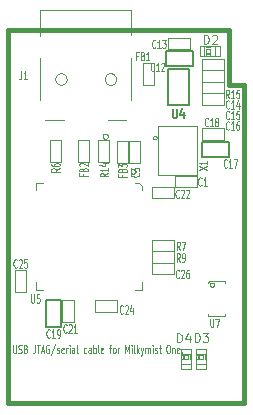
<source format=gto>
G04 (created by PCBNEW-RS274X (2010-08-11 BZR 2448)-unstable) date Thu 16 Jun 2011 10:10:32 CST*
G01*
G70*
G90*
%MOIN*%
G04 Gerber Fmt 3.4, Leading zero omitted, Abs format*
%FSLAX34Y34*%
G04 APERTURE LIST*
%ADD10C,0.001000*%
%ADD11C,0.015000*%
%ADD12C,0.004500*%
%ADD13C,0.002600*%
%ADD14C,0.004000*%
%ADD15C,0.003000*%
%ADD16C,0.005000*%
%ADD17C,0.003500*%
G04 APERTURE END LIST*
G54D10*
G54D11*
X47244Y-51811D02*
X39370Y-51811D01*
X47244Y-41220D02*
X47244Y-41220D01*
X46732Y-41221D02*
X47244Y-41221D01*
X46732Y-39370D02*
X46732Y-41220D01*
G54D12*
X39528Y-49872D02*
X39528Y-50099D01*
X39536Y-50126D01*
X39545Y-50139D01*
X39562Y-50152D01*
X39596Y-50152D01*
X39614Y-50139D01*
X39622Y-50126D01*
X39631Y-50099D01*
X39631Y-49872D01*
X39708Y-50139D02*
X39734Y-50152D01*
X39777Y-50152D01*
X39794Y-50139D01*
X39803Y-50126D01*
X39811Y-50099D01*
X39811Y-50072D01*
X39803Y-50046D01*
X39794Y-50032D01*
X39777Y-50019D01*
X39743Y-50006D01*
X39725Y-49992D01*
X39717Y-49979D01*
X39708Y-49952D01*
X39708Y-49926D01*
X39717Y-49899D01*
X39725Y-49886D01*
X39743Y-49872D01*
X39785Y-49872D01*
X39811Y-49886D01*
X39948Y-50006D02*
X39974Y-50019D01*
X39982Y-50032D01*
X39991Y-50059D01*
X39991Y-50099D01*
X39982Y-50126D01*
X39974Y-50139D01*
X39956Y-50152D01*
X39888Y-50152D01*
X39888Y-49872D01*
X39948Y-49872D01*
X39965Y-49886D01*
X39974Y-49899D01*
X39982Y-49926D01*
X39982Y-49952D01*
X39974Y-49979D01*
X39965Y-49992D01*
X39948Y-50006D01*
X39888Y-50006D01*
X40256Y-49872D02*
X40256Y-50072D01*
X40248Y-50112D01*
X40231Y-50139D01*
X40205Y-50152D01*
X40188Y-50152D01*
X40316Y-49872D02*
X40419Y-49872D01*
X40368Y-50152D02*
X40368Y-49872D01*
X40470Y-50072D02*
X40556Y-50072D01*
X40453Y-50152D02*
X40513Y-49872D01*
X40573Y-50152D01*
X40727Y-49886D02*
X40710Y-49872D01*
X40684Y-49872D01*
X40659Y-49886D01*
X40641Y-49912D01*
X40633Y-49939D01*
X40624Y-49992D01*
X40624Y-50032D01*
X40633Y-50086D01*
X40641Y-50112D01*
X40659Y-50139D01*
X40684Y-50152D01*
X40701Y-50152D01*
X40727Y-50139D01*
X40736Y-50126D01*
X40736Y-50032D01*
X40701Y-50032D01*
X40941Y-49859D02*
X40787Y-50219D01*
X40993Y-50139D02*
X41010Y-50152D01*
X41045Y-50152D01*
X41062Y-50139D01*
X41070Y-50112D01*
X41070Y-50099D01*
X41062Y-50072D01*
X41045Y-50059D01*
X41019Y-50059D01*
X41002Y-50046D01*
X40993Y-50019D01*
X40993Y-50006D01*
X41002Y-49979D01*
X41019Y-49966D01*
X41045Y-49966D01*
X41062Y-49979D01*
X41216Y-50139D02*
X41199Y-50152D01*
X41165Y-50152D01*
X41148Y-50139D01*
X41139Y-50112D01*
X41139Y-50006D01*
X41148Y-49979D01*
X41165Y-49966D01*
X41199Y-49966D01*
X41216Y-49979D01*
X41225Y-50006D01*
X41225Y-50032D01*
X41139Y-50059D01*
X41302Y-50152D02*
X41302Y-49966D01*
X41302Y-50019D02*
X41310Y-49992D01*
X41319Y-49979D01*
X41336Y-49966D01*
X41353Y-49966D01*
X41413Y-50152D02*
X41413Y-49966D01*
X41413Y-49872D02*
X41404Y-49886D01*
X41413Y-49899D01*
X41421Y-49886D01*
X41413Y-49872D01*
X41413Y-49899D01*
X41576Y-50152D02*
X41576Y-50006D01*
X41567Y-49979D01*
X41550Y-49966D01*
X41516Y-49966D01*
X41499Y-49979D01*
X41576Y-50139D02*
X41559Y-50152D01*
X41516Y-50152D01*
X41499Y-50139D01*
X41490Y-50112D01*
X41490Y-50086D01*
X41499Y-50059D01*
X41516Y-50046D01*
X41559Y-50046D01*
X41576Y-50032D01*
X41688Y-50152D02*
X41670Y-50139D01*
X41662Y-50112D01*
X41662Y-49872D01*
X41970Y-50139D02*
X41953Y-50152D01*
X41919Y-50152D01*
X41901Y-50139D01*
X41893Y-50126D01*
X41884Y-50099D01*
X41884Y-50019D01*
X41893Y-49992D01*
X41901Y-49979D01*
X41919Y-49966D01*
X41953Y-49966D01*
X41970Y-49979D01*
X42124Y-50152D02*
X42124Y-50006D01*
X42115Y-49979D01*
X42098Y-49966D01*
X42064Y-49966D01*
X42047Y-49979D01*
X42124Y-50139D02*
X42107Y-50152D01*
X42064Y-50152D01*
X42047Y-50139D01*
X42038Y-50112D01*
X42038Y-50086D01*
X42047Y-50059D01*
X42064Y-50046D01*
X42107Y-50046D01*
X42124Y-50032D01*
X42210Y-50152D02*
X42210Y-49872D01*
X42210Y-49979D02*
X42227Y-49966D01*
X42261Y-49966D01*
X42278Y-49979D01*
X42287Y-49992D01*
X42296Y-50019D01*
X42296Y-50099D01*
X42287Y-50126D01*
X42278Y-50139D01*
X42261Y-50152D01*
X42227Y-50152D01*
X42210Y-50139D01*
X42399Y-50152D02*
X42381Y-50139D01*
X42373Y-50112D01*
X42373Y-49872D01*
X42535Y-50139D02*
X42518Y-50152D01*
X42484Y-50152D01*
X42467Y-50139D01*
X42458Y-50112D01*
X42458Y-50006D01*
X42467Y-49979D01*
X42484Y-49966D01*
X42518Y-49966D01*
X42535Y-49979D01*
X42544Y-50006D01*
X42544Y-50032D01*
X42458Y-50059D01*
X42732Y-49966D02*
X42801Y-49966D01*
X42758Y-50152D02*
X42758Y-49912D01*
X42766Y-49886D01*
X42784Y-49872D01*
X42801Y-49872D01*
X42887Y-50152D02*
X42869Y-50139D01*
X42861Y-50126D01*
X42852Y-50099D01*
X42852Y-50019D01*
X42861Y-49992D01*
X42869Y-49979D01*
X42887Y-49966D01*
X42912Y-49966D01*
X42929Y-49979D01*
X42938Y-49992D01*
X42947Y-50019D01*
X42947Y-50099D01*
X42938Y-50126D01*
X42929Y-50139D01*
X42912Y-50152D01*
X42887Y-50152D01*
X43024Y-50152D02*
X43024Y-49966D01*
X43024Y-50019D02*
X43032Y-49992D01*
X43041Y-49979D01*
X43058Y-49966D01*
X43075Y-49966D01*
X43272Y-50152D02*
X43272Y-49872D01*
X43332Y-50072D01*
X43392Y-49872D01*
X43392Y-50152D01*
X43478Y-50152D02*
X43478Y-49966D01*
X43478Y-49872D02*
X43469Y-49886D01*
X43478Y-49899D01*
X43486Y-49886D01*
X43478Y-49872D01*
X43478Y-49899D01*
X43590Y-50152D02*
X43572Y-50139D01*
X43564Y-50112D01*
X43564Y-49872D01*
X43658Y-50152D02*
X43658Y-49872D01*
X43675Y-50046D02*
X43726Y-50152D01*
X43726Y-49966D02*
X43658Y-50072D01*
X43787Y-49966D02*
X43830Y-50152D01*
X43872Y-49966D02*
X43830Y-50152D01*
X43812Y-50219D01*
X43804Y-50232D01*
X43787Y-50246D01*
X43941Y-50152D02*
X43941Y-49966D01*
X43941Y-49992D02*
X43949Y-49979D01*
X43967Y-49966D01*
X43992Y-49966D01*
X44009Y-49979D01*
X44018Y-50006D01*
X44018Y-50152D01*
X44018Y-50006D02*
X44027Y-49979D01*
X44044Y-49966D01*
X44069Y-49966D01*
X44087Y-49979D01*
X44095Y-50006D01*
X44095Y-50152D01*
X44181Y-50152D02*
X44181Y-49966D01*
X44181Y-49872D02*
X44172Y-49886D01*
X44181Y-49899D01*
X44189Y-49886D01*
X44181Y-49872D01*
X44181Y-49899D01*
X44258Y-50139D02*
X44275Y-50152D01*
X44310Y-50152D01*
X44327Y-50139D01*
X44335Y-50112D01*
X44335Y-50099D01*
X44327Y-50072D01*
X44310Y-50059D01*
X44284Y-50059D01*
X44267Y-50046D01*
X44258Y-50019D01*
X44258Y-50006D01*
X44267Y-49979D01*
X44284Y-49966D01*
X44310Y-49966D01*
X44327Y-49979D01*
X44387Y-49966D02*
X44456Y-49966D01*
X44413Y-49872D02*
X44413Y-50112D01*
X44421Y-50139D01*
X44439Y-50152D01*
X44456Y-50152D01*
X44687Y-49872D02*
X44721Y-49872D01*
X44739Y-49886D01*
X44756Y-49912D01*
X44764Y-49966D01*
X44764Y-50059D01*
X44756Y-50112D01*
X44739Y-50139D01*
X44721Y-50152D01*
X44687Y-50152D01*
X44670Y-50139D01*
X44653Y-50112D01*
X44644Y-50059D01*
X44644Y-49966D01*
X44653Y-49912D01*
X44670Y-49886D01*
X44687Y-49872D01*
X44842Y-49966D02*
X44842Y-50152D01*
X44842Y-49992D02*
X44850Y-49979D01*
X44868Y-49966D01*
X44893Y-49966D01*
X44910Y-49979D01*
X44919Y-50006D01*
X44919Y-50152D01*
X45073Y-50139D02*
X45056Y-50152D01*
X45022Y-50152D01*
X45005Y-50139D01*
X44996Y-50112D01*
X44996Y-50006D01*
X45005Y-49979D01*
X45022Y-49966D01*
X45056Y-49966D01*
X45073Y-49979D01*
X45082Y-50006D01*
X45082Y-50032D01*
X44996Y-50059D01*
X45159Y-50126D02*
X45167Y-50139D01*
X45159Y-50152D01*
X45150Y-50139D01*
X45159Y-50126D01*
X45159Y-50152D01*
G54D11*
X39370Y-51811D02*
X39370Y-39370D01*
X47244Y-41220D02*
X47244Y-51811D01*
X39370Y-39370D02*
X46732Y-39370D01*
G54D13*
X45903Y-40257D02*
X45903Y-39903D01*
X45903Y-39903D02*
X45746Y-39903D01*
X45746Y-40257D02*
X45746Y-39903D01*
X45903Y-40257D02*
X45746Y-40257D01*
X46414Y-40257D02*
X46414Y-39903D01*
X46414Y-39903D02*
X46257Y-39903D01*
X46257Y-40257D02*
X46257Y-39903D01*
X46414Y-40257D02*
X46257Y-40257D01*
X46080Y-40257D02*
X46080Y-40198D01*
X46080Y-40198D02*
X45962Y-40198D01*
X45962Y-40257D02*
X45962Y-40198D01*
X46080Y-40257D02*
X45962Y-40257D01*
X46080Y-39962D02*
X46080Y-39903D01*
X46080Y-39903D02*
X45962Y-39903D01*
X45962Y-39962D02*
X45962Y-39903D01*
X46080Y-39962D02*
X45962Y-39962D01*
X46080Y-40139D02*
X46080Y-40021D01*
X46080Y-40021D02*
X45962Y-40021D01*
X45962Y-40139D02*
X45962Y-40021D01*
X46080Y-40139D02*
X45962Y-40139D01*
G54D14*
X45903Y-40237D02*
X46257Y-40237D01*
X45903Y-39923D02*
X46257Y-39923D01*
G54D13*
X45623Y-50173D02*
X45977Y-50173D01*
X45977Y-50173D02*
X45977Y-50016D01*
X45623Y-50016D02*
X45977Y-50016D01*
X45623Y-50173D02*
X45623Y-50016D01*
X45623Y-50684D02*
X45977Y-50684D01*
X45977Y-50684D02*
X45977Y-50527D01*
X45623Y-50527D02*
X45977Y-50527D01*
X45623Y-50684D02*
X45623Y-50527D01*
X45623Y-50350D02*
X45682Y-50350D01*
X45682Y-50350D02*
X45682Y-50232D01*
X45623Y-50232D02*
X45682Y-50232D01*
X45623Y-50350D02*
X45623Y-50232D01*
X45918Y-50350D02*
X45977Y-50350D01*
X45977Y-50350D02*
X45977Y-50232D01*
X45918Y-50232D02*
X45977Y-50232D01*
X45918Y-50350D02*
X45918Y-50232D01*
X45741Y-50350D02*
X45859Y-50350D01*
X45859Y-50350D02*
X45859Y-50232D01*
X45741Y-50232D02*
X45859Y-50232D01*
X45741Y-50350D02*
X45741Y-50232D01*
G54D14*
X45643Y-50173D02*
X45643Y-50527D01*
X45957Y-50173D02*
X45957Y-50527D01*
G54D13*
X45123Y-50173D02*
X45477Y-50173D01*
X45477Y-50173D02*
X45477Y-50016D01*
X45123Y-50016D02*
X45477Y-50016D01*
X45123Y-50173D02*
X45123Y-50016D01*
X45123Y-50684D02*
X45477Y-50684D01*
X45477Y-50684D02*
X45477Y-50527D01*
X45123Y-50527D02*
X45477Y-50527D01*
X45123Y-50684D02*
X45123Y-50527D01*
X45123Y-50350D02*
X45182Y-50350D01*
X45182Y-50350D02*
X45182Y-50232D01*
X45123Y-50232D02*
X45182Y-50232D01*
X45123Y-50350D02*
X45123Y-50232D01*
X45418Y-50350D02*
X45477Y-50350D01*
X45477Y-50350D02*
X45477Y-50232D01*
X45418Y-50232D02*
X45477Y-50232D01*
X45418Y-50350D02*
X45418Y-50232D01*
X45241Y-50350D02*
X45359Y-50350D01*
X45359Y-50350D02*
X45359Y-50232D01*
X45241Y-50232D02*
X45359Y-50232D01*
X45241Y-50350D02*
X45241Y-50232D01*
G54D14*
X45143Y-50173D02*
X45143Y-50527D01*
X45457Y-50173D02*
X45457Y-50527D01*
G54D15*
X43613Y-44096D02*
X43611Y-44112D01*
X43606Y-44127D01*
X43599Y-44141D01*
X43588Y-44154D01*
X43576Y-44164D01*
X43562Y-44172D01*
X43546Y-44177D01*
X43530Y-44178D01*
X43515Y-44177D01*
X43499Y-44172D01*
X43485Y-44165D01*
X43472Y-44155D01*
X43462Y-44142D01*
X43454Y-44128D01*
X43449Y-44113D01*
X43448Y-44097D01*
X43449Y-44082D01*
X43453Y-44066D01*
X43461Y-44052D01*
X43471Y-44039D01*
X43483Y-44028D01*
X43497Y-44020D01*
X43513Y-44015D01*
X43529Y-44014D01*
X43544Y-44015D01*
X43560Y-44019D01*
X43574Y-44026D01*
X43587Y-44036D01*
X43597Y-44049D01*
X43605Y-44063D01*
X43610Y-44078D01*
X43612Y-44094D01*
X43613Y-44096D01*
X43825Y-44726D02*
X43825Y-44588D01*
X43825Y-44588D02*
X43727Y-44490D01*
X43727Y-44490D02*
X43589Y-44490D01*
X40282Y-47797D02*
X40282Y-48033D01*
X40282Y-48033D02*
X40518Y-48033D01*
X40518Y-44490D02*
X40282Y-44490D01*
X40282Y-44490D02*
X40282Y-44726D01*
X43589Y-48033D02*
X43825Y-48033D01*
X43825Y-48033D02*
X43825Y-47797D01*
X44920Y-44250D02*
X45650Y-44250D01*
X45650Y-44250D02*
X45650Y-44630D01*
X45650Y-44630D02*
X44920Y-44630D01*
X44920Y-44630D02*
X44920Y-44250D01*
X43397Y-43808D02*
X43397Y-43078D01*
X43397Y-43078D02*
X43777Y-43078D01*
X43777Y-43078D02*
X43777Y-43808D01*
X43777Y-43808D02*
X43397Y-43808D01*
X43860Y-41215D02*
X43860Y-40485D01*
X43860Y-40485D02*
X44240Y-40485D01*
X44240Y-40485D02*
X44240Y-41215D01*
X44240Y-41215D02*
X43860Y-41215D01*
X44900Y-47140D02*
X44170Y-47140D01*
X44170Y-47140D02*
X44170Y-46760D01*
X44170Y-46760D02*
X44900Y-46760D01*
X44900Y-46760D02*
X44900Y-47140D01*
X44900Y-46760D02*
X44170Y-46760D01*
X44170Y-46760D02*
X44170Y-46380D01*
X44170Y-46380D02*
X44900Y-46380D01*
X44900Y-46380D02*
X44900Y-46760D01*
X45820Y-41110D02*
X46550Y-41110D01*
X46550Y-41110D02*
X46550Y-41490D01*
X46550Y-41490D02*
X45820Y-41490D01*
X45820Y-41490D02*
X45820Y-41110D01*
X45820Y-40730D02*
X46550Y-40730D01*
X46550Y-40730D02*
X46550Y-41110D01*
X46550Y-41110D02*
X45820Y-41110D01*
X45820Y-41110D02*
X45820Y-40730D01*
X44710Y-39650D02*
X45440Y-39650D01*
X45440Y-39650D02*
X45440Y-40030D01*
X45440Y-40030D02*
X44710Y-40030D01*
X44710Y-40030D02*
X44710Y-39650D01*
X42260Y-48390D02*
X42990Y-48390D01*
X42990Y-48390D02*
X42990Y-48770D01*
X42990Y-48770D02*
X42260Y-48770D01*
X42260Y-48770D02*
X42260Y-48390D01*
X44170Y-47140D02*
X44900Y-47140D01*
X44900Y-47140D02*
X44900Y-47520D01*
X44900Y-47520D02*
X44170Y-47520D01*
X44170Y-47520D02*
X44170Y-47140D01*
X39970Y-47370D02*
X39970Y-48100D01*
X39970Y-48100D02*
X39590Y-48100D01*
X39590Y-48100D02*
X39590Y-47370D01*
X39590Y-47370D02*
X39970Y-47370D01*
X41550Y-48380D02*
X41550Y-49110D01*
X41550Y-49110D02*
X41170Y-49110D01*
X41170Y-49110D02*
X41170Y-48380D01*
X41170Y-48380D02*
X41550Y-48380D01*
X44150Y-44600D02*
X44880Y-44600D01*
X44880Y-44600D02*
X44880Y-44980D01*
X44880Y-44980D02*
X44150Y-44980D01*
X44150Y-44980D02*
X44150Y-44600D01*
X43359Y-43078D02*
X43359Y-43808D01*
X43359Y-43808D02*
X42979Y-43808D01*
X42979Y-43808D02*
X42979Y-43078D01*
X42979Y-43078D02*
X43359Y-43078D01*
X42060Y-43058D02*
X42060Y-43788D01*
X42060Y-43788D02*
X41680Y-43788D01*
X41680Y-43788D02*
X41680Y-43058D01*
X41680Y-43058D02*
X42060Y-43058D01*
X46550Y-40730D02*
X45820Y-40730D01*
X45820Y-40730D02*
X45820Y-40350D01*
X45820Y-40350D02*
X46550Y-40350D01*
X46550Y-40350D02*
X46550Y-40730D01*
X45820Y-42660D02*
X46550Y-42660D01*
X46550Y-42660D02*
X46550Y-43040D01*
X46550Y-43040D02*
X45820Y-43040D01*
X45820Y-43040D02*
X45820Y-42660D01*
X45820Y-41490D02*
X46550Y-41490D01*
X46550Y-41490D02*
X46550Y-41870D01*
X46550Y-41870D02*
X45820Y-41870D01*
X45820Y-41870D02*
X45820Y-41490D01*
G54D16*
X44630Y-40090D02*
X45530Y-40090D01*
X45530Y-40090D02*
X45530Y-40590D01*
X45530Y-40590D02*
X44630Y-40590D01*
X44630Y-40590D02*
X44630Y-40090D01*
X45830Y-43100D02*
X46730Y-43100D01*
X46730Y-43100D02*
X46730Y-43600D01*
X46730Y-43600D02*
X45830Y-43600D01*
X45830Y-43600D02*
X45830Y-43100D01*
X41120Y-48380D02*
X41120Y-49280D01*
X41120Y-49280D02*
X40620Y-49280D01*
X40620Y-49280D02*
X40620Y-48380D01*
X40620Y-48380D02*
X41120Y-48380D01*
X45400Y-41890D02*
X44700Y-41890D01*
X44700Y-41890D02*
X44700Y-40690D01*
X44700Y-40690D02*
X45400Y-40690D01*
X45400Y-40690D02*
X45400Y-41890D01*
G54D15*
X46227Y-47872D02*
X46225Y-47885D01*
X46221Y-47898D01*
X46215Y-47910D01*
X46206Y-47921D01*
X46196Y-47930D01*
X46184Y-47936D01*
X46171Y-47940D01*
X46157Y-47941D01*
X46144Y-47940D01*
X46131Y-47936D01*
X46119Y-47930D01*
X46109Y-47922D01*
X46100Y-47911D01*
X46093Y-47899D01*
X46089Y-47886D01*
X46088Y-47872D01*
X46089Y-47860D01*
X46092Y-47847D01*
X46099Y-47835D01*
X46107Y-47824D01*
X46118Y-47815D01*
X46129Y-47808D01*
X46142Y-47804D01*
X46156Y-47803D01*
X46169Y-47804D01*
X46182Y-47807D01*
X46194Y-47813D01*
X46205Y-47822D01*
X46214Y-47832D01*
X46220Y-47844D01*
X46225Y-47857D01*
X46226Y-47871D01*
X46227Y-47872D01*
X46587Y-48848D02*
X46587Y-48927D01*
X46587Y-48927D02*
X46041Y-48929D01*
X46041Y-48929D02*
X46041Y-48848D01*
X46586Y-47821D02*
X46586Y-47743D01*
X46586Y-47743D02*
X46045Y-47744D01*
X46045Y-47744D02*
X46044Y-47817D01*
X42686Y-42925D02*
X42684Y-42941D01*
X42679Y-42958D01*
X42671Y-42973D01*
X42660Y-42986D01*
X42647Y-42997D01*
X42632Y-43005D01*
X42616Y-43010D01*
X42599Y-43011D01*
X42583Y-43010D01*
X42567Y-43005D01*
X42552Y-42997D01*
X42539Y-42987D01*
X42528Y-42974D01*
X42520Y-42959D01*
X42514Y-42943D01*
X42513Y-42926D01*
X42514Y-42910D01*
X42519Y-42893D01*
X42526Y-42878D01*
X42537Y-42865D01*
X42550Y-42854D01*
X42565Y-42846D01*
X42581Y-42841D01*
X42598Y-42839D01*
X42614Y-42840D01*
X42630Y-42844D01*
X42645Y-42852D01*
X42658Y-42862D01*
X42670Y-42875D01*
X42678Y-42890D01*
X42683Y-42906D01*
X42685Y-42923D01*
X42686Y-42925D01*
X43446Y-40307D02*
X43446Y-41704D01*
X40414Y-39578D02*
X40414Y-38732D01*
X40414Y-38732D02*
X43446Y-38732D01*
X43446Y-38732D02*
X43446Y-39559D01*
X40414Y-41704D02*
X40414Y-40307D01*
X42678Y-42393D02*
X43308Y-42393D01*
X41222Y-42393D02*
X40592Y-42393D01*
X40759Y-43788D02*
X40759Y-43058D01*
X40759Y-43058D02*
X41139Y-43058D01*
X41139Y-43058D02*
X41139Y-43788D01*
X41139Y-43788D02*
X40759Y-43788D01*
X42349Y-43792D02*
X42349Y-43062D01*
X42349Y-43062D02*
X42729Y-43062D01*
X42729Y-43062D02*
X42729Y-43792D01*
X42729Y-43792D02*
X42349Y-43792D01*
X44316Y-42970D02*
X44314Y-42981D01*
X44311Y-42992D01*
X44306Y-43002D01*
X44298Y-43011D01*
X44289Y-43018D01*
X44279Y-43024D01*
X44268Y-43027D01*
X44257Y-43028D01*
X44246Y-43027D01*
X44235Y-43024D01*
X44225Y-43019D01*
X44216Y-43012D01*
X44209Y-43003D01*
X44203Y-42993D01*
X44200Y-42982D01*
X44199Y-42970D01*
X44199Y-42960D01*
X44203Y-42949D01*
X44208Y-42939D01*
X44215Y-42930D01*
X44224Y-42922D01*
X44234Y-42916D01*
X44245Y-42913D01*
X44256Y-42912D01*
X44267Y-42912D01*
X44278Y-42915D01*
X44288Y-42921D01*
X44297Y-42928D01*
X44305Y-42936D01*
X44310Y-42947D01*
X44314Y-42957D01*
X44315Y-42969D01*
X44316Y-42970D01*
X45645Y-42596D02*
X44365Y-42596D01*
X44365Y-42596D02*
X44365Y-44210D01*
X44365Y-44210D02*
X45645Y-44210D01*
X45645Y-44210D02*
X45645Y-42596D01*
G54D10*
X41315Y-41015D02*
X41311Y-41052D01*
X41300Y-41088D01*
X41282Y-41121D01*
X41259Y-41150D01*
X41230Y-41174D01*
X41197Y-41191D01*
X41161Y-41203D01*
X41124Y-41206D01*
X41088Y-41203D01*
X41052Y-41193D01*
X41018Y-41175D01*
X40989Y-41152D01*
X40965Y-41123D01*
X40947Y-41090D01*
X40936Y-41054D01*
X40932Y-41017D01*
X40935Y-40981D01*
X40945Y-40945D01*
X40962Y-40911D01*
X40985Y-40882D01*
X41014Y-40858D01*
X41047Y-40840D01*
X41082Y-40828D01*
X41119Y-40824D01*
X41156Y-40826D01*
X41192Y-40836D01*
X41225Y-40853D01*
X41255Y-40876D01*
X41279Y-40905D01*
X41298Y-40937D01*
X41310Y-40973D01*
X41314Y-41010D01*
X41315Y-41015D01*
X42969Y-41015D02*
X42965Y-41052D01*
X42954Y-41088D01*
X42936Y-41121D01*
X42913Y-41150D01*
X42884Y-41174D01*
X42851Y-41191D01*
X42815Y-41203D01*
X42778Y-41206D01*
X42742Y-41203D01*
X42706Y-41193D01*
X42672Y-41175D01*
X42643Y-41152D01*
X42619Y-41123D01*
X42601Y-41090D01*
X42590Y-41054D01*
X42586Y-41017D01*
X42589Y-40981D01*
X42599Y-40945D01*
X42616Y-40911D01*
X42639Y-40882D01*
X42668Y-40858D01*
X42701Y-40840D01*
X42736Y-40828D01*
X42773Y-40824D01*
X42810Y-40826D01*
X42846Y-40836D01*
X42879Y-40853D01*
X42909Y-40876D01*
X42933Y-40905D01*
X42952Y-40937D01*
X42964Y-40973D01*
X42968Y-41010D01*
X42969Y-41015D01*
G54D17*
X45880Y-39845D02*
X45880Y-39545D01*
X45952Y-39545D01*
X45995Y-39560D01*
X46023Y-39588D01*
X46038Y-39617D01*
X46052Y-39674D01*
X46052Y-39717D01*
X46038Y-39774D01*
X46023Y-39803D01*
X45995Y-39831D01*
X45952Y-39845D01*
X45880Y-39845D01*
X46166Y-39574D02*
X46180Y-39560D01*
X46209Y-39545D01*
X46280Y-39545D01*
X46309Y-39560D01*
X46323Y-39574D01*
X46338Y-39603D01*
X46338Y-39631D01*
X46323Y-39674D01*
X46152Y-39845D01*
X46338Y-39845D01*
X45578Y-49781D02*
X45578Y-49481D01*
X45650Y-49481D01*
X45693Y-49496D01*
X45721Y-49524D01*
X45736Y-49553D01*
X45750Y-49610D01*
X45750Y-49653D01*
X45736Y-49710D01*
X45721Y-49739D01*
X45693Y-49767D01*
X45650Y-49781D01*
X45578Y-49781D01*
X45850Y-49481D02*
X46036Y-49481D01*
X45936Y-49596D01*
X45978Y-49596D01*
X46007Y-49610D01*
X46021Y-49624D01*
X46036Y-49653D01*
X46036Y-49724D01*
X46021Y-49753D01*
X46007Y-49767D01*
X45978Y-49781D01*
X45893Y-49781D01*
X45864Y-49767D01*
X45850Y-49753D01*
X44988Y-49791D02*
X44988Y-49491D01*
X45060Y-49491D01*
X45103Y-49506D01*
X45131Y-49534D01*
X45146Y-49563D01*
X45160Y-49620D01*
X45160Y-49663D01*
X45146Y-49720D01*
X45131Y-49749D01*
X45103Y-49777D01*
X45060Y-49791D01*
X44988Y-49791D01*
X45417Y-49591D02*
X45417Y-49791D01*
X45346Y-49477D02*
X45274Y-49691D01*
X45460Y-49691D01*
G54D12*
X40133Y-48193D02*
X40133Y-48420D01*
X40141Y-48447D01*
X40150Y-48460D01*
X40167Y-48473D01*
X40201Y-48473D01*
X40219Y-48460D01*
X40227Y-48447D01*
X40236Y-48420D01*
X40236Y-48193D01*
X40408Y-48193D02*
X40322Y-48193D01*
X40313Y-48327D01*
X40322Y-48313D01*
X40339Y-48300D01*
X40382Y-48300D01*
X40399Y-48313D01*
X40408Y-48327D01*
X40416Y-48353D01*
X40416Y-48420D01*
X40408Y-48447D01*
X40399Y-48460D01*
X40382Y-48473D01*
X40339Y-48473D01*
X40322Y-48460D01*
X40313Y-48447D01*
X45811Y-44547D02*
X45802Y-44560D01*
X45776Y-44573D01*
X45759Y-44573D01*
X45734Y-44560D01*
X45716Y-44533D01*
X45708Y-44507D01*
X45699Y-44453D01*
X45699Y-44413D01*
X45708Y-44360D01*
X45716Y-44333D01*
X45734Y-44307D01*
X45759Y-44293D01*
X45776Y-44293D01*
X45802Y-44307D01*
X45811Y-44320D01*
X45982Y-44573D02*
X45879Y-44573D01*
X45931Y-44573D02*
X45931Y-44293D01*
X45914Y-44333D01*
X45896Y-44360D01*
X45879Y-44373D01*
X43714Y-44157D02*
X43727Y-44166D01*
X43740Y-44192D01*
X43740Y-44209D01*
X43727Y-44234D01*
X43700Y-44252D01*
X43674Y-44260D01*
X43620Y-44269D01*
X43580Y-44269D01*
X43527Y-44260D01*
X43500Y-44252D01*
X43474Y-44234D01*
X43460Y-44209D01*
X43460Y-44192D01*
X43474Y-44166D01*
X43487Y-44157D01*
X43460Y-44097D02*
X43460Y-43986D01*
X43567Y-44046D01*
X43567Y-44020D01*
X43580Y-44003D01*
X43594Y-43994D01*
X43620Y-43986D01*
X43687Y-43986D01*
X43714Y-43994D01*
X43727Y-44003D01*
X43740Y-44020D01*
X43740Y-44072D01*
X43727Y-44089D01*
X43714Y-44097D01*
X43701Y-40242D02*
X43641Y-40242D01*
X43641Y-40388D02*
X43641Y-40108D01*
X43727Y-40108D01*
X43855Y-40242D02*
X43881Y-40255D01*
X43889Y-40268D01*
X43898Y-40295D01*
X43898Y-40335D01*
X43889Y-40362D01*
X43881Y-40375D01*
X43863Y-40388D01*
X43795Y-40388D01*
X43795Y-40108D01*
X43855Y-40108D01*
X43872Y-40122D01*
X43881Y-40135D01*
X43889Y-40162D01*
X43889Y-40188D01*
X43881Y-40215D01*
X43872Y-40228D01*
X43855Y-40242D01*
X43795Y-40242D01*
X44069Y-40388D02*
X43966Y-40388D01*
X44018Y-40388D02*
X44018Y-40108D01*
X44001Y-40148D01*
X43983Y-40175D01*
X43966Y-40188D01*
X45091Y-47103D02*
X45031Y-46970D01*
X44988Y-47103D02*
X44988Y-46823D01*
X45056Y-46823D01*
X45074Y-46837D01*
X45082Y-46850D01*
X45091Y-46877D01*
X45091Y-46917D01*
X45082Y-46943D01*
X45074Y-46957D01*
X45056Y-46970D01*
X44988Y-46970D01*
X45176Y-47103D02*
X45211Y-47103D01*
X45228Y-47090D01*
X45236Y-47077D01*
X45254Y-47037D01*
X45262Y-46983D01*
X45262Y-46877D01*
X45254Y-46850D01*
X45245Y-46837D01*
X45228Y-46823D01*
X45194Y-46823D01*
X45176Y-46837D01*
X45168Y-46850D01*
X45159Y-46877D01*
X45159Y-46943D01*
X45168Y-46970D01*
X45176Y-46983D01*
X45194Y-46997D01*
X45228Y-46997D01*
X45245Y-46983D01*
X45254Y-46970D01*
X45262Y-46943D01*
X45091Y-46713D02*
X45031Y-46580D01*
X44988Y-46713D02*
X44988Y-46433D01*
X45056Y-46433D01*
X45074Y-46447D01*
X45082Y-46460D01*
X45091Y-46487D01*
X45091Y-46527D01*
X45082Y-46553D01*
X45074Y-46567D01*
X45056Y-46580D01*
X44988Y-46580D01*
X45151Y-46433D02*
X45271Y-46433D01*
X45194Y-46713D01*
X46735Y-42331D02*
X46726Y-42344D01*
X46700Y-42357D01*
X46683Y-42357D01*
X46658Y-42344D01*
X46640Y-42317D01*
X46632Y-42291D01*
X46623Y-42237D01*
X46623Y-42197D01*
X46632Y-42144D01*
X46640Y-42117D01*
X46658Y-42091D01*
X46683Y-42077D01*
X46700Y-42077D01*
X46726Y-42091D01*
X46735Y-42104D01*
X46906Y-42357D02*
X46803Y-42357D01*
X46855Y-42357D02*
X46855Y-42077D01*
X46838Y-42117D01*
X46820Y-42144D01*
X46803Y-42157D01*
X47069Y-42077D02*
X46983Y-42077D01*
X46974Y-42211D01*
X46983Y-42197D01*
X47000Y-42184D01*
X47043Y-42184D01*
X47060Y-42197D01*
X47069Y-42211D01*
X47077Y-42237D01*
X47077Y-42304D01*
X47069Y-42331D01*
X47060Y-42344D01*
X47043Y-42357D01*
X47000Y-42357D01*
X46983Y-42344D01*
X46974Y-42331D01*
X46735Y-41977D02*
X46726Y-41990D01*
X46700Y-42003D01*
X46683Y-42003D01*
X46658Y-41990D01*
X46640Y-41963D01*
X46632Y-41937D01*
X46623Y-41883D01*
X46623Y-41843D01*
X46632Y-41790D01*
X46640Y-41763D01*
X46658Y-41737D01*
X46683Y-41723D01*
X46700Y-41723D01*
X46726Y-41737D01*
X46735Y-41750D01*
X46906Y-42003D02*
X46803Y-42003D01*
X46855Y-42003D02*
X46855Y-41723D01*
X46838Y-41763D01*
X46820Y-41790D01*
X46803Y-41803D01*
X47060Y-41817D02*
X47060Y-42003D01*
X47017Y-41710D02*
X46974Y-41910D01*
X47086Y-41910D01*
X44275Y-39957D02*
X44266Y-39970D01*
X44240Y-39983D01*
X44223Y-39983D01*
X44198Y-39970D01*
X44180Y-39943D01*
X44172Y-39917D01*
X44163Y-39863D01*
X44163Y-39823D01*
X44172Y-39770D01*
X44180Y-39743D01*
X44198Y-39717D01*
X44223Y-39703D01*
X44240Y-39703D01*
X44266Y-39717D01*
X44275Y-39730D01*
X44446Y-39983D02*
X44343Y-39983D01*
X44395Y-39983D02*
X44395Y-39703D01*
X44378Y-39743D01*
X44360Y-39770D01*
X44343Y-39783D01*
X44506Y-39703D02*
X44617Y-39703D01*
X44557Y-39810D01*
X44583Y-39810D01*
X44600Y-39823D01*
X44609Y-39837D01*
X44617Y-39863D01*
X44617Y-39930D01*
X44609Y-39957D01*
X44600Y-39970D01*
X44583Y-39983D01*
X44531Y-39983D01*
X44514Y-39970D01*
X44506Y-39957D01*
X43192Y-48807D02*
X43183Y-48820D01*
X43157Y-48833D01*
X43140Y-48833D01*
X43115Y-48820D01*
X43097Y-48793D01*
X43089Y-48767D01*
X43080Y-48713D01*
X43080Y-48673D01*
X43089Y-48620D01*
X43097Y-48593D01*
X43115Y-48567D01*
X43140Y-48553D01*
X43157Y-48553D01*
X43183Y-48567D01*
X43192Y-48580D01*
X43260Y-48580D02*
X43269Y-48567D01*
X43286Y-48553D01*
X43329Y-48553D01*
X43346Y-48567D01*
X43355Y-48580D01*
X43363Y-48607D01*
X43363Y-48633D01*
X43355Y-48673D01*
X43252Y-48833D01*
X43363Y-48833D01*
X43517Y-48647D02*
X43517Y-48833D01*
X43474Y-48540D02*
X43431Y-48740D01*
X43543Y-48740D01*
X45062Y-47626D02*
X45053Y-47639D01*
X45027Y-47652D01*
X45010Y-47652D01*
X44985Y-47639D01*
X44967Y-47612D01*
X44959Y-47586D01*
X44950Y-47532D01*
X44950Y-47492D01*
X44959Y-47439D01*
X44967Y-47412D01*
X44985Y-47386D01*
X45010Y-47372D01*
X45027Y-47372D01*
X45053Y-47386D01*
X45062Y-47399D01*
X45130Y-47399D02*
X45139Y-47386D01*
X45156Y-47372D01*
X45199Y-47372D01*
X45216Y-47386D01*
X45225Y-47399D01*
X45233Y-47426D01*
X45233Y-47452D01*
X45225Y-47492D01*
X45122Y-47652D01*
X45233Y-47652D01*
X45387Y-47372D02*
X45353Y-47372D01*
X45336Y-47386D01*
X45327Y-47399D01*
X45310Y-47439D01*
X45301Y-47492D01*
X45301Y-47599D01*
X45310Y-47626D01*
X45318Y-47639D01*
X45336Y-47652D01*
X45370Y-47652D01*
X45387Y-47639D01*
X45396Y-47626D01*
X45404Y-47599D01*
X45404Y-47532D01*
X45396Y-47506D01*
X45387Y-47492D01*
X45370Y-47479D01*
X45336Y-47479D01*
X45318Y-47492D01*
X45310Y-47506D01*
X45301Y-47532D01*
X39655Y-47277D02*
X39646Y-47290D01*
X39620Y-47303D01*
X39603Y-47303D01*
X39578Y-47290D01*
X39560Y-47263D01*
X39552Y-47237D01*
X39543Y-47183D01*
X39543Y-47143D01*
X39552Y-47090D01*
X39560Y-47063D01*
X39578Y-47037D01*
X39603Y-47023D01*
X39620Y-47023D01*
X39646Y-47037D01*
X39655Y-47050D01*
X39723Y-47050D02*
X39732Y-47037D01*
X39749Y-47023D01*
X39792Y-47023D01*
X39809Y-47037D01*
X39818Y-47050D01*
X39826Y-47077D01*
X39826Y-47103D01*
X39818Y-47143D01*
X39715Y-47303D01*
X39826Y-47303D01*
X39989Y-47023D02*
X39903Y-47023D01*
X39894Y-47157D01*
X39903Y-47143D01*
X39920Y-47130D01*
X39963Y-47130D01*
X39980Y-47143D01*
X39989Y-47157D01*
X39997Y-47183D01*
X39997Y-47250D01*
X39989Y-47277D01*
X39980Y-47290D01*
X39963Y-47303D01*
X39920Y-47303D01*
X39903Y-47290D01*
X39894Y-47277D01*
X41315Y-49447D02*
X41306Y-49460D01*
X41280Y-49473D01*
X41263Y-49473D01*
X41238Y-49460D01*
X41220Y-49433D01*
X41212Y-49407D01*
X41203Y-49353D01*
X41203Y-49313D01*
X41212Y-49260D01*
X41220Y-49233D01*
X41238Y-49207D01*
X41263Y-49193D01*
X41280Y-49193D01*
X41306Y-49207D01*
X41315Y-49220D01*
X41383Y-49220D02*
X41392Y-49207D01*
X41409Y-49193D01*
X41452Y-49193D01*
X41469Y-49207D01*
X41478Y-49220D01*
X41486Y-49247D01*
X41486Y-49273D01*
X41478Y-49313D01*
X41375Y-49473D01*
X41486Y-49473D01*
X41657Y-49473D02*
X41554Y-49473D01*
X41606Y-49473D02*
X41606Y-49193D01*
X41589Y-49233D01*
X41571Y-49260D01*
X41554Y-49273D01*
X45055Y-44957D02*
X45046Y-44970D01*
X45020Y-44983D01*
X45003Y-44983D01*
X44978Y-44970D01*
X44960Y-44943D01*
X44952Y-44917D01*
X44943Y-44863D01*
X44943Y-44823D01*
X44952Y-44770D01*
X44960Y-44743D01*
X44978Y-44717D01*
X45003Y-44703D01*
X45020Y-44703D01*
X45046Y-44717D01*
X45055Y-44730D01*
X45123Y-44730D02*
X45132Y-44717D01*
X45149Y-44703D01*
X45192Y-44703D01*
X45209Y-44717D01*
X45218Y-44730D01*
X45226Y-44757D01*
X45226Y-44783D01*
X45218Y-44823D01*
X45115Y-44983D01*
X45226Y-44983D01*
X45294Y-44730D02*
X45303Y-44717D01*
X45320Y-44703D01*
X45363Y-44703D01*
X45380Y-44717D01*
X45389Y-44730D01*
X45397Y-44757D01*
X45397Y-44783D01*
X45389Y-44823D01*
X45286Y-44983D01*
X45397Y-44983D01*
X43176Y-44207D02*
X43176Y-44267D01*
X43322Y-44267D02*
X43042Y-44267D01*
X43042Y-44181D01*
X43176Y-44053D02*
X43189Y-44027D01*
X43202Y-44019D01*
X43229Y-44010D01*
X43269Y-44010D01*
X43296Y-44019D01*
X43309Y-44027D01*
X43322Y-44045D01*
X43322Y-44113D01*
X43042Y-44113D01*
X43042Y-44053D01*
X43056Y-44036D01*
X43069Y-44027D01*
X43096Y-44019D01*
X43122Y-44019D01*
X43149Y-44027D01*
X43162Y-44036D01*
X43176Y-44053D01*
X43176Y-44113D01*
X43042Y-43950D02*
X43042Y-43839D01*
X43149Y-43899D01*
X43149Y-43873D01*
X43162Y-43856D01*
X43176Y-43847D01*
X43202Y-43839D01*
X43269Y-43839D01*
X43296Y-43847D01*
X43309Y-43856D01*
X43322Y-43873D01*
X43322Y-43925D01*
X43309Y-43942D01*
X43296Y-43950D01*
X41877Y-44187D02*
X41877Y-44247D01*
X42023Y-44247D02*
X41743Y-44247D01*
X41743Y-44161D01*
X41877Y-44033D02*
X41890Y-44007D01*
X41903Y-43999D01*
X41930Y-43990D01*
X41970Y-43990D01*
X41997Y-43999D01*
X42010Y-44007D01*
X42023Y-44025D01*
X42023Y-44093D01*
X41743Y-44093D01*
X41743Y-44033D01*
X41757Y-44016D01*
X41770Y-44007D01*
X41797Y-43999D01*
X41823Y-43999D01*
X41850Y-44007D01*
X41863Y-44016D01*
X41877Y-44033D01*
X41877Y-44093D01*
X41770Y-43922D02*
X41757Y-43913D01*
X41743Y-43896D01*
X41743Y-43853D01*
X41757Y-43836D01*
X41770Y-43827D01*
X41797Y-43819D01*
X41823Y-43819D01*
X41863Y-43827D01*
X42023Y-43930D01*
X42023Y-43819D01*
X46735Y-41648D02*
X46675Y-41515D01*
X46632Y-41648D02*
X46632Y-41368D01*
X46700Y-41368D01*
X46718Y-41382D01*
X46726Y-41395D01*
X46735Y-41422D01*
X46735Y-41462D01*
X46726Y-41488D01*
X46718Y-41502D01*
X46700Y-41515D01*
X46632Y-41515D01*
X46906Y-41648D02*
X46803Y-41648D01*
X46855Y-41648D02*
X46855Y-41368D01*
X46838Y-41408D01*
X46820Y-41435D01*
X46803Y-41448D01*
X47069Y-41368D02*
X46983Y-41368D01*
X46974Y-41502D01*
X46983Y-41488D01*
X47000Y-41475D01*
X47043Y-41475D01*
X47060Y-41488D01*
X47069Y-41502D01*
X47077Y-41528D01*
X47077Y-41595D01*
X47069Y-41622D01*
X47060Y-41635D01*
X47043Y-41648D01*
X47000Y-41648D01*
X46983Y-41635D01*
X46974Y-41622D01*
X46027Y-42567D02*
X46018Y-42580D01*
X45992Y-42593D01*
X45975Y-42593D01*
X45950Y-42580D01*
X45932Y-42553D01*
X45924Y-42527D01*
X45915Y-42473D01*
X45915Y-42433D01*
X45924Y-42380D01*
X45932Y-42353D01*
X45950Y-42327D01*
X45975Y-42313D01*
X45992Y-42313D01*
X46018Y-42327D01*
X46027Y-42340D01*
X46198Y-42593D02*
X46095Y-42593D01*
X46147Y-42593D02*
X46147Y-42313D01*
X46130Y-42353D01*
X46112Y-42380D01*
X46095Y-42393D01*
X46301Y-42433D02*
X46283Y-42420D01*
X46275Y-42407D01*
X46266Y-42380D01*
X46266Y-42367D01*
X46275Y-42340D01*
X46283Y-42327D01*
X46301Y-42313D01*
X46335Y-42313D01*
X46352Y-42327D01*
X46361Y-42340D01*
X46369Y-42367D01*
X46369Y-42380D01*
X46361Y-42407D01*
X46352Y-42420D01*
X46335Y-42433D01*
X46301Y-42433D01*
X46283Y-42447D01*
X46275Y-42460D01*
X46266Y-42487D01*
X46266Y-42540D01*
X46275Y-42567D01*
X46283Y-42580D01*
X46301Y-42593D01*
X46335Y-42593D01*
X46352Y-42580D01*
X46361Y-42567D01*
X46369Y-42540D01*
X46369Y-42487D01*
X46361Y-42460D01*
X46352Y-42447D01*
X46335Y-42433D01*
X46735Y-42685D02*
X46726Y-42698D01*
X46700Y-42711D01*
X46683Y-42711D01*
X46658Y-42698D01*
X46640Y-42671D01*
X46632Y-42645D01*
X46623Y-42591D01*
X46623Y-42551D01*
X46632Y-42498D01*
X46640Y-42471D01*
X46658Y-42445D01*
X46683Y-42431D01*
X46700Y-42431D01*
X46726Y-42445D01*
X46735Y-42458D01*
X46906Y-42711D02*
X46803Y-42711D01*
X46855Y-42711D02*
X46855Y-42431D01*
X46838Y-42471D01*
X46820Y-42498D01*
X46803Y-42511D01*
X47060Y-42431D02*
X47026Y-42431D01*
X47009Y-42445D01*
X47000Y-42458D01*
X46983Y-42498D01*
X46974Y-42551D01*
X46974Y-42658D01*
X46983Y-42685D01*
X46991Y-42698D01*
X47009Y-42711D01*
X47043Y-42711D01*
X47060Y-42698D01*
X47069Y-42685D01*
X47077Y-42658D01*
X47077Y-42591D01*
X47069Y-42565D01*
X47060Y-42551D01*
X47043Y-42538D01*
X47009Y-42538D01*
X46991Y-42551D01*
X46983Y-42565D01*
X46974Y-42591D01*
X44235Y-40727D02*
X44226Y-40740D01*
X44200Y-40753D01*
X44183Y-40753D01*
X44158Y-40740D01*
X44140Y-40713D01*
X44132Y-40687D01*
X44123Y-40633D01*
X44123Y-40593D01*
X44132Y-40540D01*
X44140Y-40513D01*
X44158Y-40487D01*
X44183Y-40473D01*
X44200Y-40473D01*
X44226Y-40487D01*
X44235Y-40500D01*
X44406Y-40753D02*
X44303Y-40753D01*
X44355Y-40753D02*
X44355Y-40473D01*
X44338Y-40513D01*
X44320Y-40540D01*
X44303Y-40553D01*
X44474Y-40500D02*
X44483Y-40487D01*
X44500Y-40473D01*
X44543Y-40473D01*
X44560Y-40487D01*
X44569Y-40500D01*
X44577Y-40527D01*
X44577Y-40553D01*
X44569Y-40593D01*
X44466Y-40753D01*
X44577Y-40753D01*
X46657Y-43945D02*
X46648Y-43958D01*
X46622Y-43971D01*
X46605Y-43971D01*
X46580Y-43958D01*
X46562Y-43931D01*
X46554Y-43905D01*
X46545Y-43851D01*
X46545Y-43811D01*
X46554Y-43758D01*
X46562Y-43731D01*
X46580Y-43705D01*
X46605Y-43691D01*
X46622Y-43691D01*
X46648Y-43705D01*
X46657Y-43718D01*
X46828Y-43971D02*
X46725Y-43971D01*
X46777Y-43971D02*
X46777Y-43691D01*
X46760Y-43731D01*
X46742Y-43758D01*
X46725Y-43771D01*
X46888Y-43691D02*
X47008Y-43691D01*
X46931Y-43971D01*
X40755Y-49617D02*
X40746Y-49630D01*
X40720Y-49643D01*
X40703Y-49643D01*
X40678Y-49630D01*
X40660Y-49603D01*
X40652Y-49577D01*
X40643Y-49523D01*
X40643Y-49483D01*
X40652Y-49430D01*
X40660Y-49403D01*
X40678Y-49377D01*
X40703Y-49363D01*
X40720Y-49363D01*
X40746Y-49377D01*
X40755Y-49390D01*
X40926Y-49643D02*
X40823Y-49643D01*
X40875Y-49643D02*
X40875Y-49363D01*
X40858Y-49403D01*
X40840Y-49430D01*
X40823Y-49443D01*
X41011Y-49643D02*
X41046Y-49643D01*
X41063Y-49630D01*
X41071Y-49617D01*
X41089Y-49577D01*
X41097Y-49523D01*
X41097Y-49417D01*
X41089Y-49390D01*
X41080Y-49377D01*
X41063Y-49363D01*
X41029Y-49363D01*
X41011Y-49377D01*
X41003Y-49390D01*
X40994Y-49417D01*
X40994Y-49483D01*
X41003Y-49510D01*
X41011Y-49523D01*
X41029Y-49537D01*
X41063Y-49537D01*
X41080Y-49523D01*
X41089Y-49510D01*
X41097Y-49483D01*
G54D16*
X44860Y-42001D02*
X44860Y-42244D01*
X44871Y-42273D01*
X44883Y-42287D01*
X44907Y-42301D01*
X44955Y-42301D01*
X44979Y-42287D01*
X44990Y-42273D01*
X45002Y-42244D01*
X45002Y-42001D01*
X45229Y-42101D02*
X45229Y-42301D01*
X45169Y-41987D02*
X45110Y-42201D01*
X45264Y-42201D01*
G54D12*
X46103Y-49003D02*
X46103Y-49230D01*
X46111Y-49257D01*
X46120Y-49270D01*
X46137Y-49283D01*
X46171Y-49283D01*
X46189Y-49270D01*
X46197Y-49257D01*
X46206Y-49230D01*
X46206Y-49003D01*
X46275Y-49003D02*
X46395Y-49003D01*
X46318Y-49283D01*
X39810Y-40743D02*
X39810Y-40943D01*
X39802Y-40983D01*
X39785Y-41010D01*
X39759Y-41023D01*
X39742Y-41023D01*
X39990Y-41023D02*
X39887Y-41023D01*
X39939Y-41023D02*
X39939Y-40743D01*
X39922Y-40783D01*
X39904Y-40810D01*
X39887Y-40823D01*
X41082Y-43997D02*
X40949Y-44057D01*
X41082Y-44100D02*
X40802Y-44100D01*
X40802Y-44032D01*
X40816Y-44014D01*
X40829Y-44006D01*
X40856Y-43997D01*
X40896Y-43997D01*
X40922Y-44006D01*
X40936Y-44014D01*
X40949Y-44032D01*
X40949Y-44100D01*
X40802Y-43843D02*
X40802Y-43877D01*
X40816Y-43894D01*
X40829Y-43903D01*
X40869Y-43920D01*
X40922Y-43929D01*
X41029Y-43929D01*
X41056Y-43920D01*
X41069Y-43912D01*
X41082Y-43894D01*
X41082Y-43860D01*
X41069Y-43843D01*
X41056Y-43834D01*
X41029Y-43826D01*
X40962Y-43826D01*
X40936Y-43834D01*
X40922Y-43843D01*
X40909Y-43860D01*
X40909Y-43894D01*
X40922Y-43912D01*
X40936Y-43920D01*
X40962Y-43929D01*
X42702Y-44157D02*
X42569Y-44217D01*
X42702Y-44260D02*
X42422Y-44260D01*
X42422Y-44192D01*
X42436Y-44174D01*
X42449Y-44166D01*
X42476Y-44157D01*
X42516Y-44157D01*
X42542Y-44166D01*
X42556Y-44174D01*
X42569Y-44192D01*
X42569Y-44260D01*
X42702Y-43986D02*
X42702Y-44089D01*
X42702Y-44037D02*
X42422Y-44037D01*
X42462Y-44054D01*
X42489Y-44072D01*
X42502Y-44089D01*
X42516Y-43832D02*
X42702Y-43832D01*
X42409Y-43875D02*
X42609Y-43918D01*
X42609Y-43806D01*
X45723Y-44035D02*
X46003Y-43915D01*
X45723Y-43915D02*
X46003Y-44035D01*
X46003Y-43753D02*
X46003Y-43856D01*
X46003Y-43804D02*
X45723Y-43804D01*
X45763Y-43821D01*
X45790Y-43839D01*
X45803Y-43856D01*
M02*

</source>
